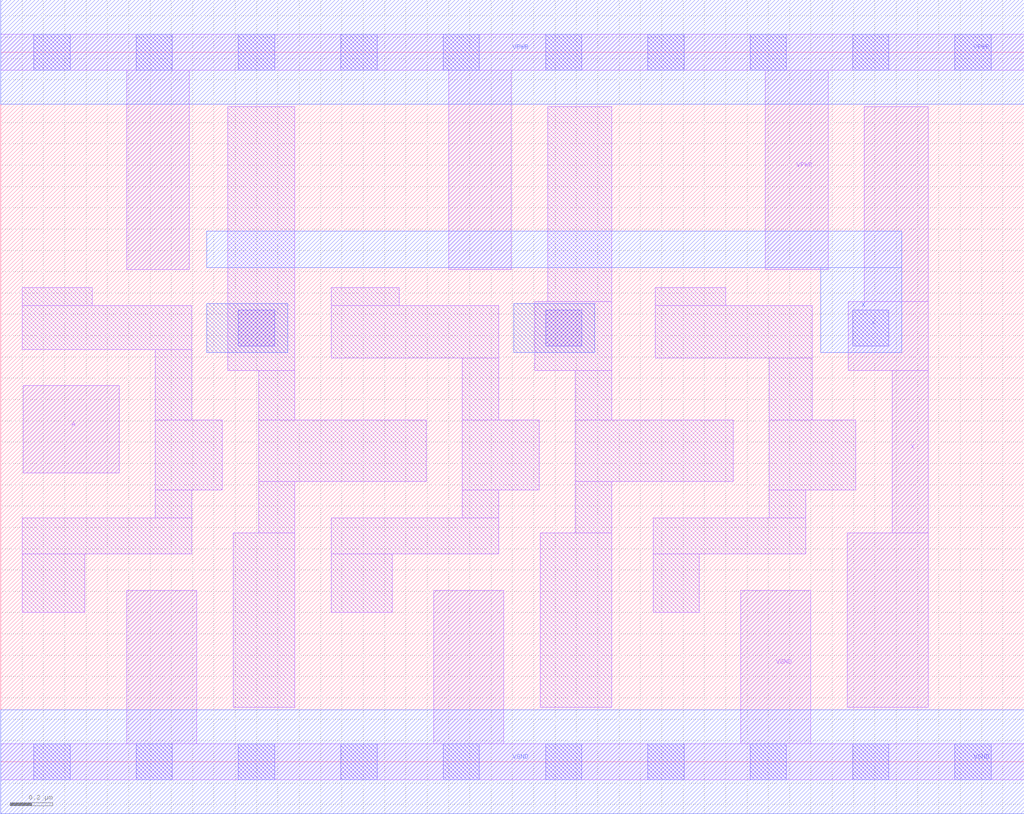
<source format=lef>
# Copyright 2020 The SkyWater PDK Authors
#
# Licensed under the Apache License, Version 2.0 (the "License");
# you may not use this file except in compliance with the License.
# You may obtain a copy of the License at
#
#     https://www.apache.org/licenses/LICENSE-2.0
#
# Unless required by applicable law or agreed to in writing, software
# distributed under the License is distributed on an "AS IS" BASIS,
# WITHOUT WARRANTIES OR CONDITIONS OF ANY KIND, either express or implied.
# See the License for the specific language governing permissions and
# limitations under the License.
#
# SPDX-License-Identifier: Apache-2.0

VERSION 5.7 ;
  NAMESCASESENSITIVE ON ;
  NOWIREEXTENSIONATPIN ON ;
  DIVIDERCHAR "/" ;
  BUSBITCHARS "[]" ;
UNITS
  DATABASE MICRONS 200 ;
END UNITS
MACRO sky130_fd_sc_ms__dlymetal6s6s_1
  CLASS CORE ;
  SOURCE USER ;
  FOREIGN sky130_fd_sc_ms__dlymetal6s6s_1 ;
  ORIGIN  0.000000  0.000000 ;
  SIZE  4.800000 BY  3.330000 ;
  SYMMETRY X Y ;
  SITE unit ;
  PIN A
    ANTENNAGATEAREA  0.138600 ;
    DIRECTION INPUT ;
    USE SIGNAL ;
    PORT
      LAYER li1 ;
        RECT 0.105000 1.355000 0.555000 1.765000 ;
    END
  END A
  PIN X
    ANTENNADIFFAREA  0.487300 ;
    DIRECTION OUTPUT ;
    USE SIGNAL ;
    PORT
      LAYER li1 ;
        RECT 3.970000 0.255000 4.350000 1.075000 ;
        RECT 3.975000 1.835000 4.350000 2.160000 ;
        RECT 4.050000 2.160000 4.350000 3.075000 ;
        RECT 4.180000 1.075000 4.350000 1.835000 ;
      LAYER mcon ;
        RECT 3.995000 1.950000 4.165000 2.120000 ;
      LAYER met1 ;
        RECT 0.965000 2.320000 4.225000 2.490000 ;
        RECT 3.845000 1.920000 4.225000 2.320000 ;
    END
  END X
  PIN VGND
    DIRECTION INOUT ;
    USE GROUND ;
    PORT
      LAYER li1 ;
        RECT 0.000000 -0.085000 4.800000 0.085000 ;
        RECT 0.590000  0.085000 0.920000 0.805000 ;
        RECT 2.030000  0.085000 2.360000 0.805000 ;
        RECT 3.470000  0.085000 3.800000 0.805000 ;
      LAYER mcon ;
        RECT 0.155000 -0.085000 0.325000 0.085000 ;
        RECT 0.635000 -0.085000 0.805000 0.085000 ;
        RECT 1.115000 -0.085000 1.285000 0.085000 ;
        RECT 1.595000 -0.085000 1.765000 0.085000 ;
        RECT 2.075000 -0.085000 2.245000 0.085000 ;
        RECT 2.555000 -0.085000 2.725000 0.085000 ;
        RECT 3.035000 -0.085000 3.205000 0.085000 ;
        RECT 3.515000 -0.085000 3.685000 0.085000 ;
        RECT 3.995000 -0.085000 4.165000 0.085000 ;
        RECT 4.475000 -0.085000 4.645000 0.085000 ;
      LAYER met1 ;
        RECT 0.000000 -0.245000 4.800000 0.245000 ;
    END
  END VGND
  PIN VPWR
    DIRECTION INOUT ;
    USE POWER ;
    PORT
      LAYER li1 ;
        RECT 0.000000 3.245000 4.800000 3.415000 ;
        RECT 0.590000 2.310000 0.885000 3.245000 ;
        RECT 2.100000 2.310000 2.395000 3.245000 ;
        RECT 3.585000 2.310000 3.880000 3.245000 ;
      LAYER mcon ;
        RECT 0.155000 3.245000 0.325000 3.415000 ;
        RECT 0.635000 3.245000 0.805000 3.415000 ;
        RECT 1.115000 3.245000 1.285000 3.415000 ;
        RECT 1.595000 3.245000 1.765000 3.415000 ;
        RECT 2.075000 3.245000 2.245000 3.415000 ;
        RECT 2.555000 3.245000 2.725000 3.415000 ;
        RECT 3.035000 3.245000 3.205000 3.415000 ;
        RECT 3.515000 3.245000 3.685000 3.415000 ;
        RECT 3.995000 3.245000 4.165000 3.415000 ;
        RECT 4.475000 3.245000 4.645000 3.415000 ;
      LAYER met1 ;
        RECT 0.000000 3.085000 4.800000 3.575000 ;
    END
  END VPWR
  OBS
    LAYER li1 ;
      RECT 0.100000 0.700000 0.395000 0.975000 ;
      RECT 0.100000 0.975000 0.895000 1.145000 ;
      RECT 0.100000 1.935000 0.895000 2.140000 ;
      RECT 0.100000 2.140000 0.430000 2.225000 ;
      RECT 0.725000 1.145000 0.895000 1.275000 ;
      RECT 0.725000 1.275000 1.040000 1.605000 ;
      RECT 0.725000 1.605000 0.895000 1.935000 ;
      RECT 1.065000 1.835000 1.380000 3.075000 ;
      RECT 1.090000 0.255000 1.380000 1.075000 ;
      RECT 1.210000 1.075000 1.380000 1.315000 ;
      RECT 1.210000 1.315000 1.995000 1.605000 ;
      RECT 1.210000 1.605000 1.380000 1.835000 ;
      RECT 1.550000 0.700000 1.835000 0.975000 ;
      RECT 1.550000 0.975000 2.335000 1.145000 ;
      RECT 1.550000 1.895000 2.335000 2.140000 ;
      RECT 1.550000 2.140000 1.870000 2.225000 ;
      RECT 2.165000 1.145000 2.335000 1.275000 ;
      RECT 2.165000 1.275000 2.525000 1.605000 ;
      RECT 2.165000 1.605000 2.335000 1.895000 ;
      RECT 2.505000 1.835000 2.865000 2.160000 ;
      RECT 2.530000 0.255000 2.865000 1.075000 ;
      RECT 2.565000 2.160000 2.865000 3.075000 ;
      RECT 2.695000 1.075000 2.865000 1.315000 ;
      RECT 2.695000 1.315000 3.435000 1.605000 ;
      RECT 2.695000 1.605000 2.865000 1.835000 ;
      RECT 3.060000 0.700000 3.275000 0.975000 ;
      RECT 3.060000 0.975000 3.775000 1.145000 ;
      RECT 3.070000 1.895000 3.805000 2.140000 ;
      RECT 3.070000 2.140000 3.400000 2.225000 ;
      RECT 3.605000 1.145000 3.775000 1.275000 ;
      RECT 3.605000 1.275000 4.010000 1.605000 ;
      RECT 3.605000 1.605000 3.805000 1.895000 ;
    LAYER mcon ;
      RECT 1.115000 1.950000 1.285000 2.120000 ;
      RECT 2.555000 1.950000 2.725000 2.120000 ;
    LAYER met1 ;
      RECT 0.965000 1.920000 1.345000 2.150000 ;
      RECT 2.405000 1.920000 2.785000 2.150000 ;
  END
END sky130_fd_sc_ms__dlymetal6s6s_1

</source>
